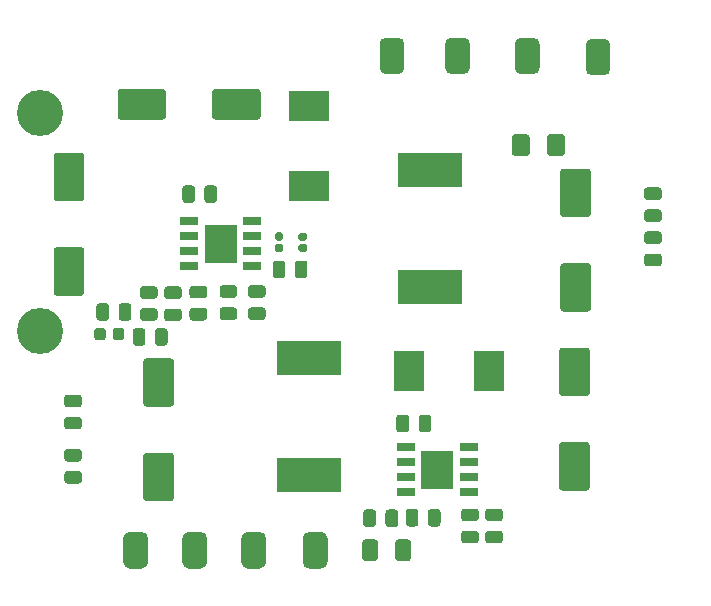
<source format=gbr>
%TF.GenerationSoftware,KiCad,Pcbnew,(5.1.6)-1*%
%TF.CreationDate,2021-04-02T17:33:40+02:00*%
%TF.ProjectId,48-24,34382d32-342e-46b6-9963-61645f706362,rev?*%
%TF.SameCoordinates,Original*%
%TF.FileFunction,Soldermask,Top*%
%TF.FilePolarity,Negative*%
%FSLAX46Y46*%
G04 Gerber Fmt 4.6, Leading zero omitted, Abs format (unit mm)*
G04 Created by KiCad (PCBNEW (5.1.6)-1) date 2021-04-02 17:33:40*
%MOMM*%
%LPD*%
G01*
G04 APERTURE LIST*
%ADD10C,3.900000*%
%ADD11R,1.650000X0.700000*%
%ADD12R,2.700000X3.200000*%
%ADD13R,5.500000X3.000000*%
%ADD14R,3.400000X2.600000*%
%ADD15R,2.600000X3.400000*%
G04 APERTURE END LIST*
D10*
%TO.C,H2*%
X46850000Y-160150000D03*
%TD*%
%TO.C,H1*%
X46850000Y-141750000D03*
%TD*%
%TO.C,J16*%
G36*
G01*
X87050000Y-137925000D02*
X87050000Y-135875000D01*
G75*
G02*
X87575000Y-135350000I525000J0D01*
G01*
X88625000Y-135350000D01*
G75*
G02*
X89150000Y-135875000I0J-525000D01*
G01*
X89150000Y-137925000D01*
G75*
G02*
X88625000Y-138450000I-525000J0D01*
G01*
X87575000Y-138450000D01*
G75*
G02*
X87050000Y-137925000I0J525000D01*
G01*
G37*
%TD*%
%TO.C,J15*%
G36*
G01*
X93050000Y-138025000D02*
X93050000Y-135975000D01*
G75*
G02*
X93575000Y-135450000I525000J0D01*
G01*
X94625000Y-135450000D01*
G75*
G02*
X95150000Y-135975000I0J-525000D01*
G01*
X95150000Y-138025000D01*
G75*
G02*
X94625000Y-138550000I-525000J0D01*
G01*
X93575000Y-138550000D01*
G75*
G02*
X93050000Y-138025000I0J525000D01*
G01*
G37*
%TD*%
%TO.C,J14*%
G36*
G01*
X81150000Y-137915000D02*
X81150000Y-135865000D01*
G75*
G02*
X81675000Y-135340000I525000J0D01*
G01*
X82725000Y-135340000D01*
G75*
G02*
X83250000Y-135865000I0J-525000D01*
G01*
X83250000Y-137915000D01*
G75*
G02*
X82725000Y-138440000I-525000J0D01*
G01*
X81675000Y-138440000D01*
G75*
G02*
X81150000Y-137915000I0J525000D01*
G01*
G37*
%TD*%
%TO.C,J13*%
G36*
G01*
X75600000Y-137925000D02*
X75600000Y-135875000D01*
G75*
G02*
X76125000Y-135350000I525000J0D01*
G01*
X77175000Y-135350000D01*
G75*
G02*
X77700000Y-135875000I0J-525000D01*
G01*
X77700000Y-137925000D01*
G75*
G02*
X77175000Y-138450000I-525000J0D01*
G01*
X76125000Y-138450000D01*
G75*
G02*
X75600000Y-137925000I0J525000D01*
G01*
G37*
%TD*%
%TO.C,J12*%
G36*
G01*
X69100000Y-179775000D02*
X69100000Y-177725000D01*
G75*
G02*
X69625000Y-177200000I525000J0D01*
G01*
X70675000Y-177200000D01*
G75*
G02*
X71200000Y-177725000I0J-525000D01*
G01*
X71200000Y-179775000D01*
G75*
G02*
X70675000Y-180300000I-525000J0D01*
G01*
X69625000Y-180300000D01*
G75*
G02*
X69100000Y-179775000I0J525000D01*
G01*
G37*
%TD*%
%TO.C,J11*%
G36*
G01*
X53900000Y-179775000D02*
X53900000Y-177725000D01*
G75*
G02*
X54425000Y-177200000I525000J0D01*
G01*
X55475000Y-177200000D01*
G75*
G02*
X56000000Y-177725000I0J-525000D01*
G01*
X56000000Y-179775000D01*
G75*
G02*
X55475000Y-180300000I-525000J0D01*
G01*
X54425000Y-180300000D01*
G75*
G02*
X53900000Y-179775000I0J525000D01*
G01*
G37*
%TD*%
%TO.C,J10*%
G36*
G01*
X58900000Y-179775000D02*
X58900000Y-177725000D01*
G75*
G02*
X59425000Y-177200000I525000J0D01*
G01*
X60475000Y-177200000D01*
G75*
G02*
X61000000Y-177725000I0J-525000D01*
G01*
X61000000Y-179775000D01*
G75*
G02*
X60475000Y-180300000I-525000J0D01*
G01*
X59425000Y-180300000D01*
G75*
G02*
X58900000Y-179775000I0J525000D01*
G01*
G37*
%TD*%
%TO.C,J9*%
G36*
G01*
X63900000Y-179775000D02*
X63900000Y-177725000D01*
G75*
G02*
X64425000Y-177200000I525000J0D01*
G01*
X65475000Y-177200000D01*
G75*
G02*
X66000000Y-177725000I0J-525000D01*
G01*
X66000000Y-179775000D01*
G75*
G02*
X65475000Y-180300000I-525000J0D01*
G01*
X64425000Y-180300000D01*
G75*
G02*
X63900000Y-179775000I0J525000D01*
G01*
G37*
%TD*%
%TO.C,C17*%
G36*
G01*
X93140000Y-165700000D02*
X91060000Y-165700000D01*
G75*
G02*
X90800000Y-165440000I0J260000D01*
G01*
X90800000Y-161860000D01*
G75*
G02*
X91060000Y-161600000I260000J0D01*
G01*
X93140000Y-161600000D01*
G75*
G02*
X93400000Y-161860000I0J-260000D01*
G01*
X93400000Y-165440000D01*
G75*
G02*
X93140000Y-165700000I-260000J0D01*
G01*
G37*
G36*
G01*
X93140000Y-173700000D02*
X91060000Y-173700000D01*
G75*
G02*
X90800000Y-173440000I0J260000D01*
G01*
X90800000Y-169860000D01*
G75*
G02*
X91060000Y-169600000I260000J0D01*
G01*
X93140000Y-169600000D01*
G75*
G02*
X93400000Y-169860000I0J-260000D01*
G01*
X93400000Y-173440000D01*
G75*
G02*
X93140000Y-173700000I-260000J0D01*
G01*
G37*
%TD*%
%TO.C,C5*%
G36*
G01*
X48260000Y-153098000D02*
X50340000Y-153098000D01*
G75*
G02*
X50600000Y-153358000I0J-260000D01*
G01*
X50600000Y-156938000D01*
G75*
G02*
X50340000Y-157198000I-260000J0D01*
G01*
X48260000Y-157198000D01*
G75*
G02*
X48000000Y-156938000I0J260000D01*
G01*
X48000000Y-153358000D01*
G75*
G02*
X48260000Y-153098000I260000J0D01*
G01*
G37*
G36*
G01*
X48260000Y-145098000D02*
X50340000Y-145098000D01*
G75*
G02*
X50600000Y-145358000I0J-260000D01*
G01*
X50600000Y-148938000D01*
G75*
G02*
X50340000Y-149198000I-260000J0D01*
G01*
X48260000Y-149198000D01*
G75*
G02*
X48000000Y-148938000I0J260000D01*
G01*
X48000000Y-145358000D01*
G75*
G02*
X48260000Y-145098000I260000J0D01*
G01*
G37*
%TD*%
D11*
%TO.C,U2*%
X64839000Y-150904000D03*
X64839000Y-152174000D03*
X64839000Y-153444000D03*
X64839000Y-154714000D03*
X59439000Y-154714000D03*
X59439000Y-153444000D03*
X59439000Y-152174000D03*
X59439000Y-150904000D03*
D12*
X62139000Y-152809000D03*
%TD*%
D13*
%TO.C,L2*%
X79900000Y-146550000D03*
X79900000Y-156450000D03*
%TD*%
%TO.C,C2*%
G36*
G01*
X61850000Y-148126750D02*
X61850000Y-149089250D01*
G75*
G02*
X61581250Y-149358000I-268750J0D01*
G01*
X61043750Y-149358000D01*
G75*
G02*
X60775000Y-149089250I0J268750D01*
G01*
X60775000Y-148126750D01*
G75*
G02*
X61043750Y-147858000I268750J0D01*
G01*
X61581250Y-147858000D01*
G75*
G02*
X61850000Y-148126750I0J-268750D01*
G01*
G37*
G36*
G01*
X59975000Y-148126750D02*
X59975000Y-149089250D01*
G75*
G02*
X59706250Y-149358000I-268750J0D01*
G01*
X59168750Y-149358000D01*
G75*
G02*
X58900000Y-149089250I0J268750D01*
G01*
X58900000Y-148126750D01*
G75*
G02*
X59168750Y-147858000I268750J0D01*
G01*
X59706250Y-147858000D01*
G75*
G02*
X59975000Y-148126750I0J-268750D01*
G01*
G37*
%TD*%
%TO.C,C6*%
G36*
G01*
X53422000Y-142028000D02*
X53422000Y-139948000D01*
G75*
G02*
X53682000Y-139688000I260000J0D01*
G01*
X57262000Y-139688000D01*
G75*
G02*
X57522000Y-139948000I0J-260000D01*
G01*
X57522000Y-142028000D01*
G75*
G02*
X57262000Y-142288000I-260000J0D01*
G01*
X53682000Y-142288000D01*
G75*
G02*
X53422000Y-142028000I0J260000D01*
G01*
G37*
G36*
G01*
X61422000Y-142028000D02*
X61422000Y-139948000D01*
G75*
G02*
X61682000Y-139688000I260000J0D01*
G01*
X65262000Y-139688000D01*
G75*
G02*
X65522000Y-139948000I0J-260000D01*
G01*
X65522000Y-142028000D01*
G75*
G02*
X65262000Y-142288000I-260000J0D01*
G01*
X61682000Y-142288000D01*
G75*
G02*
X61422000Y-142028000I0J260000D01*
G01*
G37*
%TD*%
%TO.C,C8*%
G36*
G01*
X88325000Y-143792544D02*
X88325000Y-145107456D01*
G75*
G02*
X88057456Y-145375000I-267544J0D01*
G01*
X87067544Y-145375000D01*
G75*
G02*
X86800000Y-145107456I0J267544D01*
G01*
X86800000Y-143792544D01*
G75*
G02*
X87067544Y-143525000I267544J0D01*
G01*
X88057456Y-143525000D01*
G75*
G02*
X88325000Y-143792544I0J-267544D01*
G01*
G37*
G36*
G01*
X91300000Y-143792544D02*
X91300000Y-145107456D01*
G75*
G02*
X91032456Y-145375000I-267544J0D01*
G01*
X90042544Y-145375000D01*
G75*
G02*
X89775000Y-145107456I0J267544D01*
G01*
X89775000Y-143792544D01*
G75*
G02*
X90042544Y-143525000I267544J0D01*
G01*
X91032456Y-143525000D01*
G75*
G02*
X91300000Y-143792544I0J-267544D01*
G01*
G37*
%TD*%
%TO.C,C10*%
G36*
G01*
X93240000Y-150550000D02*
X91160000Y-150550000D01*
G75*
G02*
X90900000Y-150290000I0J260000D01*
G01*
X90900000Y-146710000D01*
G75*
G02*
X91160000Y-146450000I260000J0D01*
G01*
X93240000Y-146450000D01*
G75*
G02*
X93500000Y-146710000I0J-260000D01*
G01*
X93500000Y-150290000D01*
G75*
G02*
X93240000Y-150550000I-260000J0D01*
G01*
G37*
G36*
G01*
X93240000Y-158550000D02*
X91160000Y-158550000D01*
G75*
G02*
X90900000Y-158290000I0J260000D01*
G01*
X90900000Y-154710000D01*
G75*
G02*
X91160000Y-154450000I260000J0D01*
G01*
X93240000Y-154450000D01*
G75*
G02*
X93500000Y-154710000I0J-260000D01*
G01*
X93500000Y-158290000D01*
G75*
G02*
X93240000Y-158550000I-260000J0D01*
G01*
G37*
%TD*%
%TO.C,C12*%
G36*
G01*
X66894500Y-152812000D02*
X67289500Y-152812000D01*
G75*
G02*
X67462000Y-152984500I0J-172500D01*
G01*
X67462000Y-153329500D01*
G75*
G02*
X67289500Y-153502000I-172500J0D01*
G01*
X66894500Y-153502000D01*
G75*
G02*
X66722000Y-153329500I0J172500D01*
G01*
X66722000Y-152984500D01*
G75*
G02*
X66894500Y-152812000I172500J0D01*
G01*
G37*
G36*
G01*
X66894500Y-151842000D02*
X67289500Y-151842000D01*
G75*
G02*
X67462000Y-152014500I0J-172500D01*
G01*
X67462000Y-152359500D01*
G75*
G02*
X67289500Y-152532000I-172500J0D01*
G01*
X66894500Y-152532000D01*
G75*
G02*
X66722000Y-152359500I0J172500D01*
G01*
X66722000Y-152014500D01*
G75*
G02*
X66894500Y-151842000I172500J0D01*
G01*
G37*
%TD*%
%TO.C,C14*%
G36*
G01*
X68910500Y-151859000D02*
X69305500Y-151859000D01*
G75*
G02*
X69478000Y-152031500I0J-172500D01*
G01*
X69478000Y-152376500D01*
G75*
G02*
X69305500Y-152549000I-172500J0D01*
G01*
X68910500Y-152549000D01*
G75*
G02*
X68738000Y-152376500I0J172500D01*
G01*
X68738000Y-152031500D01*
G75*
G02*
X68910500Y-151859000I172500J0D01*
G01*
G37*
G36*
G01*
X68910500Y-152829000D02*
X69305500Y-152829000D01*
G75*
G02*
X69478000Y-153001500I0J-172500D01*
G01*
X69478000Y-153346500D01*
G75*
G02*
X69305500Y-153519000I-172500J0D01*
G01*
X68910500Y-153519000D01*
G75*
G02*
X68738000Y-153346500I0J172500D01*
G01*
X68738000Y-153001500D01*
G75*
G02*
X68910500Y-152829000I172500J0D01*
G01*
G37*
%TD*%
%TO.C,C15*%
G36*
G01*
X78100000Y-167538750D02*
X78100000Y-168501250D01*
G75*
G02*
X77831250Y-168770000I-268750J0D01*
G01*
X77293750Y-168770000D01*
G75*
G02*
X77025000Y-168501250I0J268750D01*
G01*
X77025000Y-167538750D01*
G75*
G02*
X77293750Y-167270000I268750J0D01*
G01*
X77831250Y-167270000D01*
G75*
G02*
X78100000Y-167538750I0J-268750D01*
G01*
G37*
G36*
G01*
X79975000Y-167538750D02*
X79975000Y-168501250D01*
G75*
G02*
X79706250Y-168770000I-268750J0D01*
G01*
X79168750Y-168770000D01*
G75*
G02*
X78900000Y-168501250I0J268750D01*
G01*
X78900000Y-167538750D01*
G75*
G02*
X79168750Y-167270000I268750J0D01*
G01*
X79706250Y-167270000D01*
G75*
G02*
X79975000Y-167538750I0J-268750D01*
G01*
G37*
%TD*%
%TO.C,C18*%
G36*
G01*
X75475000Y-178095000D02*
X75475000Y-179405000D01*
G75*
G02*
X75205000Y-179675000I-270000J0D01*
G01*
X74395000Y-179675000D01*
G75*
G02*
X74125000Y-179405000I0J270000D01*
G01*
X74125000Y-178095000D01*
G75*
G02*
X74395000Y-177825000I270000J0D01*
G01*
X75205000Y-177825000D01*
G75*
G02*
X75475000Y-178095000I0J-270000D01*
G01*
G37*
G36*
G01*
X78275000Y-178095000D02*
X78275000Y-179405000D01*
G75*
G02*
X78005000Y-179675000I-270000J0D01*
G01*
X77195000Y-179675000D01*
G75*
G02*
X76925000Y-179405000I0J270000D01*
G01*
X76925000Y-178095000D01*
G75*
G02*
X77195000Y-177825000I270000J0D01*
G01*
X78005000Y-177825000D01*
G75*
G02*
X78275000Y-178095000I0J-270000D01*
G01*
G37*
%TD*%
%TO.C,C19*%
G36*
G01*
X57940000Y-166600000D02*
X55860000Y-166600000D01*
G75*
G02*
X55600000Y-166340000I0J260000D01*
G01*
X55600000Y-162760000D01*
G75*
G02*
X55860000Y-162500000I260000J0D01*
G01*
X57940000Y-162500000D01*
G75*
G02*
X58200000Y-162760000I0J-260000D01*
G01*
X58200000Y-166340000D01*
G75*
G02*
X57940000Y-166600000I-260000J0D01*
G01*
G37*
G36*
G01*
X57940000Y-174600000D02*
X55860000Y-174600000D01*
G75*
G02*
X55600000Y-174340000I0J260000D01*
G01*
X55600000Y-170760000D01*
G75*
G02*
X55860000Y-170500000I260000J0D01*
G01*
X57940000Y-170500000D01*
G75*
G02*
X58200000Y-170760000I0J-260000D01*
G01*
X58200000Y-174340000D01*
G75*
G02*
X57940000Y-174600000I-260000J0D01*
G01*
G37*
%TD*%
D14*
%TO.C,D2*%
X69632000Y-147944000D03*
X69632000Y-141144000D03*
%TD*%
%TO.C,D3*%
G36*
G01*
X54005000Y-160168750D02*
X54005000Y-160731250D01*
G75*
G02*
X53761250Y-160975000I-243750J0D01*
G01*
X53273750Y-160975000D01*
G75*
G02*
X53030000Y-160731250I0J243750D01*
G01*
X53030000Y-160168750D01*
G75*
G02*
X53273750Y-159925000I243750J0D01*
G01*
X53761250Y-159925000D01*
G75*
G02*
X54005000Y-160168750I0J-243750D01*
G01*
G37*
G36*
G01*
X52430000Y-160168750D02*
X52430000Y-160731250D01*
G75*
G02*
X52186250Y-160975000I-243750J0D01*
G01*
X51698750Y-160975000D01*
G75*
G02*
X51455000Y-160731250I0J243750D01*
G01*
X51455000Y-160168750D01*
G75*
G02*
X51698750Y-159925000I243750J0D01*
G01*
X52186250Y-159925000D01*
G75*
G02*
X52430000Y-160168750I0J-243750D01*
G01*
G37*
%TD*%
D15*
%TO.C,D4*%
X78100000Y-163550000D03*
X84900000Y-163550000D03*
%TD*%
%TO.C,D5*%
G36*
G01*
X98268750Y-153637500D02*
X99231250Y-153637500D01*
G75*
G02*
X99500000Y-153906250I0J-268750D01*
G01*
X99500000Y-154443750D01*
G75*
G02*
X99231250Y-154712500I-268750J0D01*
G01*
X98268750Y-154712500D01*
G75*
G02*
X98000000Y-154443750I0J268750D01*
G01*
X98000000Y-153906250D01*
G75*
G02*
X98268750Y-153637500I268750J0D01*
G01*
G37*
G36*
G01*
X98268750Y-151762500D02*
X99231250Y-151762500D01*
G75*
G02*
X99500000Y-152031250I0J-268750D01*
G01*
X99500000Y-152568750D01*
G75*
G02*
X99231250Y-152837500I-268750J0D01*
G01*
X98268750Y-152837500D01*
G75*
G02*
X98000000Y-152568750I0J268750D01*
G01*
X98000000Y-152031250D01*
G75*
G02*
X98268750Y-151762500I268750J0D01*
G01*
G37*
%TD*%
%TO.C,D6*%
G36*
G01*
X49168750Y-170175000D02*
X50131250Y-170175000D01*
G75*
G02*
X50400000Y-170443750I0J-268750D01*
G01*
X50400000Y-170981250D01*
G75*
G02*
X50131250Y-171250000I-268750J0D01*
G01*
X49168750Y-171250000D01*
G75*
G02*
X48900000Y-170981250I0J268750D01*
G01*
X48900000Y-170443750D01*
G75*
G02*
X49168750Y-170175000I268750J0D01*
G01*
G37*
G36*
G01*
X49168750Y-172050000D02*
X50131250Y-172050000D01*
G75*
G02*
X50400000Y-172318750I0J-268750D01*
G01*
X50400000Y-172856250D01*
G75*
G02*
X50131250Y-173125000I-268750J0D01*
G01*
X49168750Y-173125000D01*
G75*
G02*
X48900000Y-172856250I0J268750D01*
G01*
X48900000Y-172318750D01*
G75*
G02*
X49168750Y-172050000I268750J0D01*
G01*
G37*
%TD*%
D13*
%TO.C,L3*%
X69600000Y-162450000D03*
X69600000Y-172350000D03*
%TD*%
%TO.C,R2*%
G36*
G01*
X53508000Y-159055250D02*
X53508000Y-158092750D01*
G75*
G02*
X53776750Y-157824000I268750J0D01*
G01*
X54314250Y-157824000D01*
G75*
G02*
X54583000Y-158092750I0J-268750D01*
G01*
X54583000Y-159055250D01*
G75*
G02*
X54314250Y-159324000I-268750J0D01*
G01*
X53776750Y-159324000D01*
G75*
G02*
X53508000Y-159055250I0J268750D01*
G01*
G37*
G36*
G01*
X51633000Y-159055250D02*
X51633000Y-158092750D01*
G75*
G02*
X51901750Y-157824000I268750J0D01*
G01*
X52439250Y-157824000D01*
G75*
G02*
X52708000Y-158092750I0J-268750D01*
G01*
X52708000Y-159055250D01*
G75*
G02*
X52439250Y-159324000I-268750J0D01*
G01*
X51901750Y-159324000D01*
G75*
G02*
X51633000Y-159055250I0J268750D01*
G01*
G37*
%TD*%
%TO.C,R4*%
G36*
G01*
X65689250Y-157386500D02*
X64726750Y-157386500D01*
G75*
G02*
X64458000Y-157117750I0J268750D01*
G01*
X64458000Y-156580250D01*
G75*
G02*
X64726750Y-156311500I268750J0D01*
G01*
X65689250Y-156311500D01*
G75*
G02*
X65958000Y-156580250I0J-268750D01*
G01*
X65958000Y-157117750D01*
G75*
G02*
X65689250Y-157386500I-268750J0D01*
G01*
G37*
G36*
G01*
X65689250Y-159261500D02*
X64726750Y-159261500D01*
G75*
G02*
X64458000Y-158992750I0J268750D01*
G01*
X64458000Y-158455250D01*
G75*
G02*
X64726750Y-158186500I268750J0D01*
G01*
X65689250Y-158186500D01*
G75*
G02*
X65958000Y-158455250I0J-268750D01*
G01*
X65958000Y-158992750D01*
G75*
G02*
X65689250Y-159261500I-268750J0D01*
G01*
G37*
%TD*%
%TO.C,R6*%
G36*
G01*
X56539250Y-159336500D02*
X55576750Y-159336500D01*
G75*
G02*
X55308000Y-159067750I0J268750D01*
G01*
X55308000Y-158530250D01*
G75*
G02*
X55576750Y-158261500I268750J0D01*
G01*
X56539250Y-158261500D01*
G75*
G02*
X56808000Y-158530250I0J-268750D01*
G01*
X56808000Y-159067750D01*
G75*
G02*
X56539250Y-159336500I-268750J0D01*
G01*
G37*
G36*
G01*
X56539250Y-157461500D02*
X55576750Y-157461500D01*
G75*
G02*
X55308000Y-157192750I0J268750D01*
G01*
X55308000Y-156655250D01*
G75*
G02*
X55576750Y-156386500I268750J0D01*
G01*
X56539250Y-156386500D01*
G75*
G02*
X56808000Y-156655250I0J-268750D01*
G01*
X56808000Y-157192750D01*
G75*
G02*
X56539250Y-157461500I-268750J0D01*
G01*
G37*
%TD*%
%TO.C,R8*%
G36*
G01*
X59776750Y-156355500D02*
X60739250Y-156355500D01*
G75*
G02*
X61008000Y-156624250I0J-268750D01*
G01*
X61008000Y-157161750D01*
G75*
G02*
X60739250Y-157430500I-268750J0D01*
G01*
X59776750Y-157430500D01*
G75*
G02*
X59508000Y-157161750I0J268750D01*
G01*
X59508000Y-156624250D01*
G75*
G02*
X59776750Y-156355500I268750J0D01*
G01*
G37*
G36*
G01*
X59776750Y-158230500D02*
X60739250Y-158230500D01*
G75*
G02*
X61008000Y-158499250I0J-268750D01*
G01*
X61008000Y-159036750D01*
G75*
G02*
X60739250Y-159305500I-268750J0D01*
G01*
X59776750Y-159305500D01*
G75*
G02*
X59508000Y-159036750I0J268750D01*
G01*
X59508000Y-158499250D01*
G75*
G02*
X59776750Y-158230500I268750J0D01*
G01*
G37*
%TD*%
%TO.C,R10*%
G36*
G01*
X66545500Y-155455250D02*
X66545500Y-154492750D01*
G75*
G02*
X66814250Y-154224000I268750J0D01*
G01*
X67351750Y-154224000D01*
G75*
G02*
X67620500Y-154492750I0J-268750D01*
G01*
X67620500Y-155455250D01*
G75*
G02*
X67351750Y-155724000I-268750J0D01*
G01*
X66814250Y-155724000D01*
G75*
G02*
X66545500Y-155455250I0J268750D01*
G01*
G37*
G36*
G01*
X68420500Y-155455250D02*
X68420500Y-154492750D01*
G75*
G02*
X68689250Y-154224000I268750J0D01*
G01*
X69226750Y-154224000D01*
G75*
G02*
X69495500Y-154492750I0J-268750D01*
G01*
X69495500Y-155455250D01*
G75*
G02*
X69226750Y-155724000I-268750J0D01*
G01*
X68689250Y-155724000D01*
G75*
G02*
X68420500Y-155455250I0J268750D01*
G01*
G37*
%TD*%
%TO.C,R12*%
G36*
G01*
X62318750Y-156311500D02*
X63281250Y-156311500D01*
G75*
G02*
X63550000Y-156580250I0J-268750D01*
G01*
X63550000Y-157117750D01*
G75*
G02*
X63281250Y-157386500I-268750J0D01*
G01*
X62318750Y-157386500D01*
G75*
G02*
X62050000Y-157117750I0J268750D01*
G01*
X62050000Y-156580250D01*
G75*
G02*
X62318750Y-156311500I268750J0D01*
G01*
G37*
G36*
G01*
X62318750Y-158186500D02*
X63281250Y-158186500D01*
G75*
G02*
X63550000Y-158455250I0J-268750D01*
G01*
X63550000Y-158992750D01*
G75*
G02*
X63281250Y-159261500I-268750J0D01*
G01*
X62318750Y-159261500D01*
G75*
G02*
X62050000Y-158992750I0J268750D01*
G01*
X62050000Y-158455250D01*
G75*
G02*
X62318750Y-158186500I268750J0D01*
G01*
G37*
%TD*%
%TO.C,R14*%
G36*
G01*
X58589250Y-157486500D02*
X57626750Y-157486500D01*
G75*
G02*
X57358000Y-157217750I0J268750D01*
G01*
X57358000Y-156680250D01*
G75*
G02*
X57626750Y-156411500I268750J0D01*
G01*
X58589250Y-156411500D01*
G75*
G02*
X58858000Y-156680250I0J-268750D01*
G01*
X58858000Y-157217750D01*
G75*
G02*
X58589250Y-157486500I-268750J0D01*
G01*
G37*
G36*
G01*
X58589250Y-159361500D02*
X57626750Y-159361500D01*
G75*
G02*
X57358000Y-159092750I0J268750D01*
G01*
X57358000Y-158555250D01*
G75*
G02*
X57626750Y-158286500I268750J0D01*
G01*
X58589250Y-158286500D01*
G75*
G02*
X58858000Y-158555250I0J-268750D01*
G01*
X58858000Y-159092750D01*
G75*
G02*
X58589250Y-159361500I-268750J0D01*
G01*
G37*
%TD*%
%TO.C,R15*%
G36*
G01*
X85781250Y-178175000D02*
X84818750Y-178175000D01*
G75*
G02*
X84550000Y-177906250I0J268750D01*
G01*
X84550000Y-177368750D01*
G75*
G02*
X84818750Y-177100000I268750J0D01*
G01*
X85781250Y-177100000D01*
G75*
G02*
X86050000Y-177368750I0J-268750D01*
G01*
X86050000Y-177906250D01*
G75*
G02*
X85781250Y-178175000I-268750J0D01*
G01*
G37*
G36*
G01*
X85781250Y-176300000D02*
X84818750Y-176300000D01*
G75*
G02*
X84550000Y-176031250I0J268750D01*
G01*
X84550000Y-175493750D01*
G75*
G02*
X84818750Y-175225000I268750J0D01*
G01*
X85781250Y-175225000D01*
G75*
G02*
X86050000Y-175493750I0J-268750D01*
G01*
X86050000Y-176031250D01*
G75*
G02*
X85781250Y-176300000I-268750J0D01*
G01*
G37*
%TD*%
%TO.C,R16*%
G36*
G01*
X74225000Y-176531250D02*
X74225000Y-175568750D01*
G75*
G02*
X74493750Y-175300000I268750J0D01*
G01*
X75031250Y-175300000D01*
G75*
G02*
X75300000Y-175568750I0J-268750D01*
G01*
X75300000Y-176531250D01*
G75*
G02*
X75031250Y-176800000I-268750J0D01*
G01*
X74493750Y-176800000D01*
G75*
G02*
X74225000Y-176531250I0J268750D01*
G01*
G37*
G36*
G01*
X76100000Y-176531250D02*
X76100000Y-175568750D01*
G75*
G02*
X76368750Y-175300000I268750J0D01*
G01*
X76906250Y-175300000D01*
G75*
G02*
X77175000Y-175568750I0J-268750D01*
G01*
X77175000Y-176531250D01*
G75*
G02*
X76906250Y-176800000I-268750J0D01*
G01*
X76368750Y-176800000D01*
G75*
G02*
X76100000Y-176531250I0J268750D01*
G01*
G37*
%TD*%
%TO.C,R17*%
G36*
G01*
X82768750Y-177100000D02*
X83731250Y-177100000D01*
G75*
G02*
X84000000Y-177368750I0J-268750D01*
G01*
X84000000Y-177906250D01*
G75*
G02*
X83731250Y-178175000I-268750J0D01*
G01*
X82768750Y-178175000D01*
G75*
G02*
X82500000Y-177906250I0J268750D01*
G01*
X82500000Y-177368750D01*
G75*
G02*
X82768750Y-177100000I268750J0D01*
G01*
G37*
G36*
G01*
X82768750Y-175225000D02*
X83731250Y-175225000D01*
G75*
G02*
X84000000Y-175493750I0J-268750D01*
G01*
X84000000Y-176031250D01*
G75*
G02*
X83731250Y-176300000I-268750J0D01*
G01*
X82768750Y-176300000D01*
G75*
G02*
X82500000Y-176031250I0J268750D01*
G01*
X82500000Y-175493750D01*
G75*
G02*
X82768750Y-175225000I268750J0D01*
G01*
G37*
%TD*%
%TO.C,R18*%
G36*
G01*
X79687500Y-176481250D02*
X79687500Y-175518750D01*
G75*
G02*
X79956250Y-175250000I268750J0D01*
G01*
X80493750Y-175250000D01*
G75*
G02*
X80762500Y-175518750I0J-268750D01*
G01*
X80762500Y-176481250D01*
G75*
G02*
X80493750Y-176750000I-268750J0D01*
G01*
X79956250Y-176750000D01*
G75*
G02*
X79687500Y-176481250I0J268750D01*
G01*
G37*
G36*
G01*
X77812500Y-176481250D02*
X77812500Y-175518750D01*
G75*
G02*
X78081250Y-175250000I268750J0D01*
G01*
X78618750Y-175250000D01*
G75*
G02*
X78887500Y-175518750I0J-268750D01*
G01*
X78887500Y-176481250D01*
G75*
G02*
X78618750Y-176750000I-268750J0D01*
G01*
X78081250Y-176750000D01*
G75*
G02*
X77812500Y-176481250I0J268750D01*
G01*
G37*
%TD*%
%TO.C,R19*%
G36*
G01*
X54705000Y-161171250D02*
X54705000Y-160208750D01*
G75*
G02*
X54973750Y-159940000I268750J0D01*
G01*
X55511250Y-159940000D01*
G75*
G02*
X55780000Y-160208750I0J-268750D01*
G01*
X55780000Y-161171250D01*
G75*
G02*
X55511250Y-161440000I-268750J0D01*
G01*
X54973750Y-161440000D01*
G75*
G02*
X54705000Y-161171250I0J268750D01*
G01*
G37*
G36*
G01*
X56580000Y-161171250D02*
X56580000Y-160208750D01*
G75*
G02*
X56848750Y-159940000I268750J0D01*
G01*
X57386250Y-159940000D01*
G75*
G02*
X57655000Y-160208750I0J-268750D01*
G01*
X57655000Y-161171250D01*
G75*
G02*
X57386250Y-161440000I-268750J0D01*
G01*
X56848750Y-161440000D01*
G75*
G02*
X56580000Y-161171250I0J268750D01*
G01*
G37*
%TD*%
%TO.C,R20*%
G36*
G01*
X99231250Y-149092500D02*
X98268750Y-149092500D01*
G75*
G02*
X98000000Y-148823750I0J268750D01*
G01*
X98000000Y-148286250D01*
G75*
G02*
X98268750Y-148017500I268750J0D01*
G01*
X99231250Y-148017500D01*
G75*
G02*
X99500000Y-148286250I0J-268750D01*
G01*
X99500000Y-148823750D01*
G75*
G02*
X99231250Y-149092500I-268750J0D01*
G01*
G37*
G36*
G01*
X99231250Y-150967500D02*
X98268750Y-150967500D01*
G75*
G02*
X98000000Y-150698750I0J268750D01*
G01*
X98000000Y-150161250D01*
G75*
G02*
X98268750Y-149892500I268750J0D01*
G01*
X99231250Y-149892500D01*
G75*
G02*
X99500000Y-150161250I0J-268750D01*
G01*
X99500000Y-150698750D01*
G75*
G02*
X99231250Y-150967500I-268750J0D01*
G01*
G37*
%TD*%
%TO.C,R21*%
G36*
G01*
X50131250Y-168525000D02*
X49168750Y-168525000D01*
G75*
G02*
X48900000Y-168256250I0J268750D01*
G01*
X48900000Y-167718750D01*
G75*
G02*
X49168750Y-167450000I268750J0D01*
G01*
X50131250Y-167450000D01*
G75*
G02*
X50400000Y-167718750I0J-268750D01*
G01*
X50400000Y-168256250D01*
G75*
G02*
X50131250Y-168525000I-268750J0D01*
G01*
G37*
G36*
G01*
X50131250Y-166650000D02*
X49168750Y-166650000D01*
G75*
G02*
X48900000Y-166381250I0J268750D01*
G01*
X48900000Y-165843750D01*
G75*
G02*
X49168750Y-165575000I268750J0D01*
G01*
X50131250Y-165575000D01*
G75*
G02*
X50400000Y-165843750I0J-268750D01*
G01*
X50400000Y-166381250D01*
G75*
G02*
X50131250Y-166650000I-268750J0D01*
G01*
G37*
%TD*%
D12*
%TO.C,U3*%
X80504000Y-171927000D03*
D11*
X77804000Y-170022000D03*
X77804000Y-171292000D03*
X77804000Y-172562000D03*
X77804000Y-173832000D03*
X83204000Y-173832000D03*
X83204000Y-172562000D03*
X83204000Y-171292000D03*
X83204000Y-170022000D03*
%TD*%
M02*

</source>
